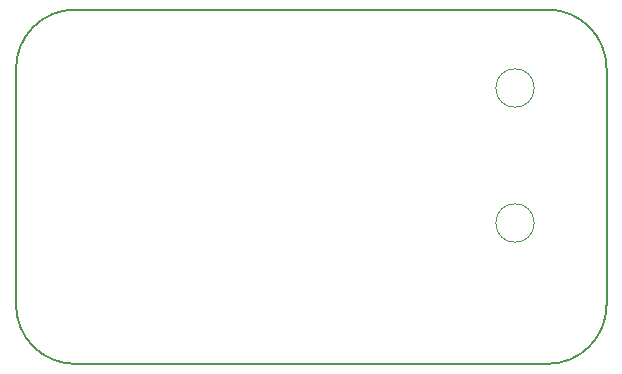
<source format=gbr>
%TF.GenerationSoftware,KiCad,Pcbnew,7.0.2*%
%TF.CreationDate,2023-05-10T12:42:33-04:00*%
%TF.ProjectId,StackLight,53746163-6b4c-4696-9768-742e6b696361,0.5*%
%TF.SameCoordinates,Original*%
%TF.FileFunction,Profile,NP*%
%FSLAX46Y46*%
G04 Gerber Fmt 4.6, Leading zero omitted, Abs format (unit mm)*
G04 Created by KiCad (PCBNEW 7.0.2) date 2023-05-10 12:42:33*
%MOMM*%
%LPD*%
G01*
G04 APERTURE LIST*
%TA.AperFunction,Profile*%
%ADD10C,0.200000*%
%TD*%
%TA.AperFunction,Profile*%
%ADD11C,0.100000*%
%TD*%
G04 APERTURE END LIST*
D10*
X155000000Y-80000000D02*
X155000000Y-100000000D01*
X110000000Y-75000002D02*
G75*
G03*
X105000000Y-80000000I-2J-4999998D01*
G01*
X150000000Y-105000000D02*
X110000000Y-105000000D01*
X110000000Y-75000000D02*
X150000000Y-75000000D01*
X150000000Y-105000000D02*
G75*
G03*
X155000000Y-100000000I0J5000000D01*
G01*
X105000000Y-100000000D02*
G75*
G03*
X110000000Y-105000000I5000000J0D01*
G01*
X155000000Y-80000000D02*
G75*
G03*
X150000000Y-75000000I-5000000J0D01*
G01*
X105000000Y-100000000D02*
X105000000Y-80000000D01*
D11*
%TO.C,J1*%
X148875000Y-81641000D02*
G75*
G03*
X148875000Y-81641000I-1625000J0D01*
G01*
X148875000Y-93071000D02*
G75*
G03*
X148875000Y-93071000I-1625000J0D01*
G01*
%TD*%
M02*

</source>
